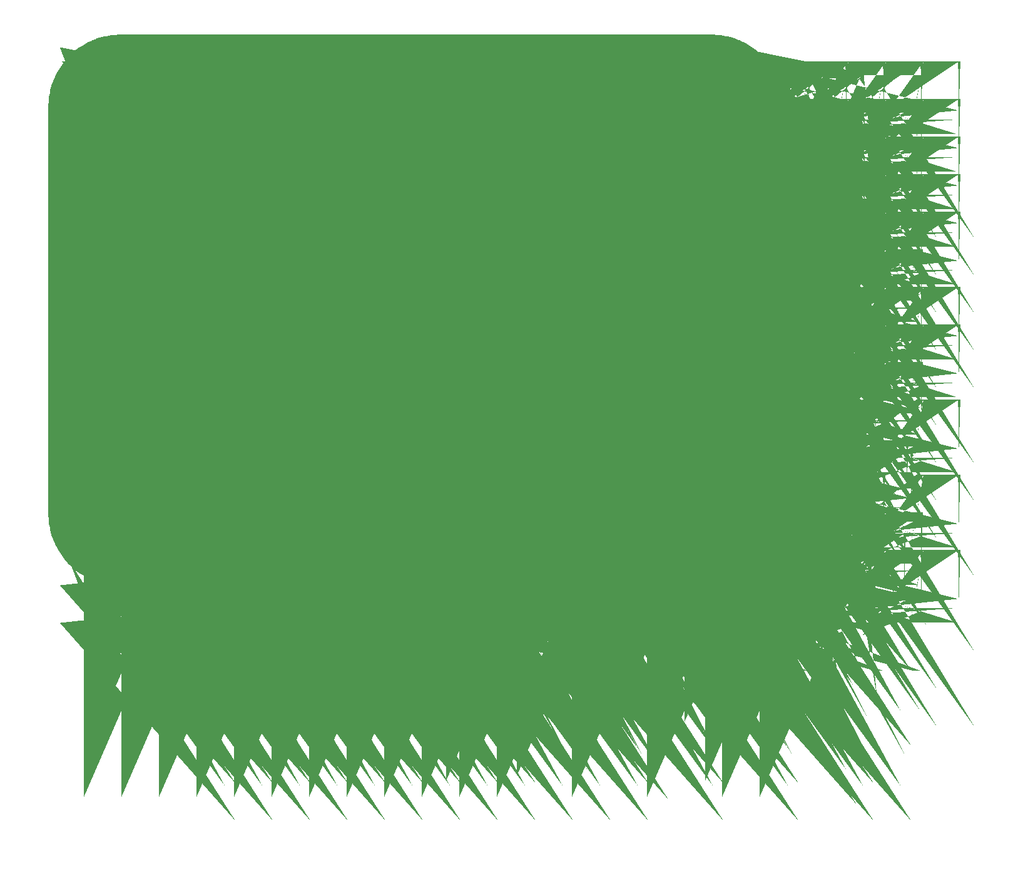
<source format=gbr>
%TF.GenerationSoftware,Flux,Pcbnew,7.0.11-7.0.11~ubuntu20.04.1*%
%TF.CreationDate,2024-08-18T16:19:11+00:00*%
%TF.ProjectId,input,696e7075-742e-46b6-9963-61645f706362,rev?*%
%TF.SameCoordinates,Original*%
%TF.FileFunction,Copper,L3,Inr*%
%TF.FilePolarity,Positive*%
%FSLAX46Y46*%
G04 Gerber Fmt 4.6, Leading zero omitted, Abs format (unit mm)*
G04 Filename: promicromacro*
G04 Build it with Flux! Visit our site at: https://www.flux.ai (PCBNEW 7.0.11-7.0.11~ubuntu20.04.1) date 2024-08-18 16:19:11*
%MOMM*%
%LPD*%
G01*
G04 APERTURE LIST*
G04 Aperture macros list*
%AMFreePoly0*
4,1,129,0.022069,0.299187,0.036723,0.297744,0.051289,0.295583,0.065730,0.292711,0.080014,0.289133,0.094105,0.284858,0.107969,0.279898,0.121572,0.274263,0.134883,0.267967,0.147869,0.261026,0.160499,0.253456,0.172742,0.245275,0.184569,0.236504,0.195952,0.227163,0.206862,0.217274,0.217274,0.206862,0.227163,0.195952,0.236504,0.184569,0.245275,0.172742,0.253456,0.160499,
0.261026,0.147869,0.267967,0.134883,0.274263,0.121572,0.279898,0.107969,0.284858,0.094105,0.289133,0.080014,0.292711,0.065730,0.295583,0.051289,0.297744,0.036723,0.299187,0.022069,0.299910,0.007362,0.299910,-0.007362,0.299187,-0.022069,0.297744,-0.036723,0.295583,-0.051289,0.292711,-0.065730,0.289133,-0.080014,0.284858,-0.094105,0.279898,-0.107969,0.274263,-0.121572,
0.267967,-0.134883,0.261026,-0.147869,0.253456,-0.160499,0.245275,-0.172742,0.236504,-0.184569,0.227163,-0.195952,0.217274,-0.206862,0.206862,-0.217274,0.195952,-0.227163,0.184569,-0.236504,0.172742,-0.245275,0.160499,-0.253456,0.147869,-0.261026,0.134883,-0.267967,0.121572,-0.274263,0.107969,-0.279898,0.094105,-0.284858,0.080014,-0.289133,0.065730,-0.292711,0.051289,-0.295583,
0.036723,-0.297744,0.022069,-0.299187,0.007362,-0.299910,-0.007362,-0.299910,-0.022069,-0.299187,-0.036723,-0.297744,-0.051289,-0.295583,-0.065730,-0.292711,-0.080014,-0.289133,-0.094105,-0.284858,-0.107969,-0.279898,-0.121572,-0.274263,-0.134883,-0.267967,-0.147869,-0.261026,-0.160499,-0.253456,-0.172742,-0.245275,-0.184569,-0.236504,-0.195952,-0.227163,-0.206862,-0.217274,-0.217274,-0.206862,
-0.227163,-0.195952,-0.236504,-0.184569,-0.245275,-0.172742,-0.253456,-0.160499,-0.261026,-0.147869,-0.267967,-0.134883,-0.274263,-0.121572,-0.279898,-0.107969,-0.284858,-0.094105,-0.289133,-0.080014,-0.292711,-0.065730,-0.295583,-0.051289,-0.297744,-0.036723,-0.299187,-0.022069,-0.299910,-0.007362,-0.299910,0.007362,-0.299187,0.022069,-0.297744,0.036723,-0.295583,0.051289,-0.292711,0.065730,
-0.289133,0.080014,-0.284858,0.094105,-0.279898,0.107969,-0.274263,0.121572,-0.267967,0.134883,-0.261026,0.147869,-0.253456,0.160499,-0.245275,0.172742,-0.236504,0.184569,-0.227163,0.195952,-0.217274,0.206862,-0.206862,0.217274,-0.195952,0.227163,-0.184569,0.236504,-0.172742,0.245275,-0.160499,0.253456,-0.147869,0.261026,-0.134883,0.267967,-0.121572,0.274263,-0.107969,0.279898,
-0.094105,0.284858,-0.080014,0.289133,-0.065730,0.292711,-0.051289,0.295583,-0.036723,0.297744,-0.022069,0.299187,-0.007362,0.299910,0.007362,0.299910,0.022069,0.299187,0.022069,0.299187,$1*%
G04 Aperture macros list end*
%TA.AperFunction,ComponentPad*%
%ADD10FreePoly0,0.000000*%
%TD*%
G04 APERTURE END LIST*
D10*
%TO.N,GND*%
%TO.C,*%
X-3789300Y-3220000D03*
X-33435900Y13717900D03*
X-1878300Y21897100D03*
X-8272700Y21882400D03*
X-16378600Y20907300D03*
X-6314100Y13616500D03*
X-2318000Y5302000D03*
X-9816600Y26663600D03*
X-7873900Y1504800D03*
X0Y26867400D03*
X-6622700Y-3249000D03*
X1917700Y12747100D03*
X-42510200Y33668700D03*
X4274600Y26943300D03*
X-14316400Y18338600D03*
X-35808800Y20039500D03*
X-32874300Y20039500D03*
X-35845800Y15236500D03*
X46520000Y33620000D03*
X41440000Y33620000D03*
X36360000Y33620000D03*
X31280000Y33620000D03*
X26200000Y33620000D03*
X21120000Y33620000D03*
X16040000Y33620000D03*
X10960000Y33620000D03*
X5880000Y33620000D03*
X-29680000Y33620000D03*
X-34760000Y33620000D03*
X-39840000Y33620000D03*
X-44920000Y33620000D03*
X5880000Y28540000D03*
X-4280000Y28540000D03*
X-44920000Y28540000D03*
X46520000Y23460000D03*
X36360000Y23460000D03*
X31280000Y23460000D03*
X26200000Y23460000D03*
X10960000Y23460000D03*
X5880000Y23460000D03*
X-29680000Y23460000D03*
X-44920000Y23460000D03*
X-4280000Y18380000D03*
X-44920000Y18380000D03*
X46520000Y13300000D03*
X31280000Y13300000D03*
X5880000Y13300000D03*
X-24600000Y13300000D03*
X-29680000Y13300000D03*
X-44920000Y13300000D03*
X41440000Y8220000D03*
X-14440000Y8220000D03*
X-19520000Y8220000D03*
X-29680000Y8220000D03*
X-34760000Y8220000D03*
X-39840000Y8220000D03*
X-44920000Y8220000D03*
X46520000Y3140000D03*
X-24600000Y3140000D03*
X-34760000Y3140000D03*
X-39840000Y3140000D03*
X-44920000Y3140000D03*
X5880000Y-1940000D03*
X-9360000Y-1940000D03*
X-19520000Y-1940000D03*
X-24600000Y-1940000D03*
X-34760000Y-1940000D03*
X-39840000Y-1940000D03*
X-44920000Y-1940000D03*
X-14440000Y-7020000D03*
X-29680000Y-7020000D03*
X-34760000Y-7020000D03*
X-44920000Y-7020000D03*
X5880000Y-12100000D03*
X-24600000Y-12100000D03*
X-29680000Y-12100000D03*
X-34760000Y-12100000D03*
X-44920000Y-12100000D03*
X-19520000Y-17180000D03*
X-24600000Y-17180000D03*
X-29680000Y-17180000D03*
X-34760000Y-17180000D03*
X-39840000Y-17180000D03*
X-44920000Y-17180000D03*
X26200000Y-22260000D03*
X-9360000Y-22260000D03*
X-14440000Y-22260000D03*
X-19520000Y-22260000D03*
X-24600000Y-22260000D03*
X-29680000Y-22260000D03*
X-34760000Y-22260000D03*
X-39840000Y-22260000D03*
X-44920000Y-22260000D03*
X31280000Y-27340000D03*
X-4280000Y-27340000D03*
X-9360000Y-27340000D03*
X-14440000Y-27340000D03*
X-19520000Y-27340000D03*
X-24600000Y-27340000D03*
X-29680000Y-27340000D03*
X-34760000Y-27340000D03*
X-39840000Y-27340000D03*
X-44920000Y-27340000D03*
X800000Y-32420000D03*
X-4280000Y-32420000D03*
X-9360000Y-32420000D03*
X-14440000Y-32420000D03*
X-19520000Y-32420000D03*
X-24600000Y-32420000D03*
X-29680000Y-32420000D03*
X-34760000Y-32420000D03*
X-39840000Y-32420000D03*
X-44920000Y-32420000D03*
X800000Y33620000D03*
X-4280000Y33620000D03*
X-9360000Y33620000D03*
X-14440000Y33620000D03*
X-19520000Y33620000D03*
X-24600000Y33620000D03*
X800000Y28540000D03*
X-9360000Y28540000D03*
X-14440000Y28540000D03*
X-19520000Y28540000D03*
X-24600000Y28540000D03*
X-29680000Y28540000D03*
X-34760000Y28540000D03*
X-39840000Y28540000D03*
X-34760000Y23460000D03*
X-39840000Y23460000D03*
X-39840000Y-7020000D03*
X-39840000Y-12100000D03*
X5880000Y-32420000D03*
X800000Y-17180000D03*
X800000Y-22260000D03*
X800000Y23460000D03*
X10960000Y-27340000D03*
X21120000Y-27340000D03*
X46520000Y-22260000D03*
X46520000Y-32420000D03*
X41440000Y23460000D03*
X21120000Y23460000D03*
X16040000Y23460000D03*
X21120000Y13300000D03*
X21120000Y-7020000D03*
X41440000Y13300000D03*
X36360000Y13300000D03*
X46520000Y28540000D03*
X36360000Y28540000D03*
X46520000Y18380000D03*
X41440000Y18380000D03*
X36360000Y18380000D03*
X31280000Y18380000D03*
X26200000Y18380000D03*
X41440000Y28540000D03*
X31280000Y28540000D03*
X26200000Y28540000D03*
X21120000Y28540000D03*
X16040000Y28540000D03*
X10960000Y28540000D03*
X46520000Y-12100000D03*
X36360000Y-22260000D03*
X31280000Y-17180000D03*
X41440000Y-27340000D03*
X41440000Y-1940000D03*
X31280000Y-1940000D03*
X41440000Y-7020000D03*
X16040000Y-12100000D03*
X41440000Y3140000D03*
X31280000Y3140000D03*
X21120000Y3140000D03*
X46520000Y-1940000D03*
X36360000Y-1940000D03*
X5880000Y-17180000D03*
X41440000Y-32420000D03*
X31280000Y-32420000D03*
X21120000Y-32420000D03*
X10960000Y-32420000D03*
X-9360000Y-7020000D03*
%TO.N,Net - (13fb - a68d)*%
X99900Y25164100D03*
X-14583900Y25179700D03*
%TO.N,Net 27*%
X9964700Y-6353500D03*
X9964700Y14933000D03*
%TO.N,Net 9*%
X19891100Y-5098900D03*
X16141800Y18461600D03*
%TO.N,Net 11*%
X29080800Y-6353500D03*
X18824200Y19307000D03*
%TO.N,Net 13*%
X1917700Y-10748300D03*
X-9076000Y9519000D03*
%TO.N,Net 15*%
X9964700Y-17592600D03*
X9964600Y20039500D03*
%TO.N,Net 17*%
X19891000Y-17592600D03*
X6982300Y20907300D03*
%TO.N,Net 19*%
X29080800Y-17592600D03*
X-4276000Y7601100D03*
%TO.N,Net 21*%
X39474900Y-17592600D03*
X-530400Y7350400D03*
%TO.N,Net 20*%
X-13507300Y-16667200D03*
X-3476000Y7350400D03*
%TO.N,Net 25*%
X-11890900Y-16667100D03*
X-2165200Y-3249000D03*
%TO.N,GND*%
X800000Y-7020000D03*
%TO.N,Net 29*%
X-9925700Y-16667100D03*
X-1876000Y-3880700D03*
%TO.N,Net 7*%
X39121300Y-30155300D03*
X13485300Y16387900D03*
%TO.N,GND*%
X13616700Y-29526100D03*
X4086000Y-30238500D03*
X2671500Y1814000D03*
X18000600Y179900D03*
X-8865500Y14896000D03*
X-8953200Y18097800D03*
X14916900Y640200D03*
X36158000Y-14075100D03*
X13971300Y-7527500D03*
X17946700Y13192900D03*
X23015600Y-19949500D03*
X14161000Y5028000D03*
X6147500Y16410500D03*
X13652500Y-19509600D03*
X30754300Y-7910700D03*
X27376000Y342000D03*
X26250800Y-10249900D03*
X8896500Y-13478500D03*
X18241400Y-3336300D03*
X24189000Y-16018500D03*
X-15010300Y-16574100D03*
X8690800Y-5702900D03*
X8813400Y5510400D03*
X40043300Y-18729600D03*
%TD*%
%TA.AperFunction,Conductor*%
%TO.N,GND*%
G36*
X39996000Y-37250000D02*
G01*
X-39996000Y-37250000D01*
X-40311000Y-37245000D01*
X-40313000Y-37245000D01*
X-40641000Y-37229000D01*
X-40643000Y-37229000D01*
X-40960000Y-37202000D01*
X-40963000Y-37202000D01*
X-41320000Y-37162000D01*
X-41324000Y-37158000D01*
X-41588000Y-37119000D01*
X-41591000Y-37119000D01*
X-41908000Y-37061000D01*
X-41910000Y-37061000D01*
X-42206000Y-36997000D01*
X-42208000Y-36997000D01*
X-42516000Y-36919000D01*
X-42518000Y-36919000D01*
X-42835000Y-36828000D01*
X-42838000Y-36827000D01*
X-43127000Y-36734000D01*
X-43129000Y-36734000D01*
X-43441000Y-36623000D01*
X-43443000Y-36622000D01*
X-43736000Y-36506000D01*
X-43739000Y-36505000D01*
X-44017000Y-36384000D01*
X-44019000Y-36383000D01*
X-44317000Y-36242000D01*
X-44320000Y-36241000D01*
X-44601000Y-36096000D01*
X-44603000Y-36095000D01*
X-44880000Y-35941000D01*
X-44882000Y-35939000D01*
X-45154000Y-35777000D01*
X-45156000Y-35776000D01*
X-45422000Y-35604000D01*
X-45425000Y-35603000D01*
X-45675000Y-35428000D01*
X-45676000Y-35427000D01*
X-45929000Y-35241000D01*
X-45931000Y-35239000D01*
X-46179000Y-35042000D01*
X-46181000Y-35040000D01*
X-46432000Y-34827000D01*
X-46434000Y-34825000D01*
X-46658000Y-34622000D01*
X-46660000Y-34621000D01*
X-46897000Y-34391000D01*
X-46899000Y-34389000D01*
X-47121000Y-34160000D01*
X-47123000Y-34158000D01*
X-47333000Y-33925000D01*
X-47335000Y-33923000D01*
X-47540000Y-33681000D01*
X-47542000Y-33679000D01*
X-47739000Y-33431000D01*
X-47741000Y-33429000D01*
X-47927000Y-33176000D01*
X-47929000Y-33175000D01*
X-48111000Y-32913000D01*
X-48112000Y-32910000D01*
X-48283000Y-32645000D01*
X-48284000Y-32643000D01*
X-48439000Y-32382000D01*
X-48441000Y-32380000D01*
X-48601000Y-32092000D01*
X-48602000Y-32090000D01*
X-48747000Y-31807000D01*
X-48748000Y-31805000D01*
X-48883000Y-31519000D01*
X-48884000Y-31517000D01*
X-49010000Y-31227000D01*
X-49011000Y-31224000D01*
X-49127000Y-30930000D01*
X-49128000Y-30927000D01*
X-49234000Y-30629000D01*
X-49234000Y-30627000D01*
X-49327000Y-30338000D01*
X-49328000Y-30335000D01*
X-49409240Y-30052000D01*
X38324000Y-30052000D01*
X38324000Y-30261000D01*
X38376000Y-30458000D01*
X38483000Y-30645000D01*
X38484000Y-30646000D01*
X38633000Y-30794000D01*
X38634000Y-30795000D01*
X38807000Y-30896000D01*
X39017000Y-30953000D01*
X39225000Y-30953000D01*
X39432000Y-30896000D01*
X39431000Y-30896000D01*
X39611000Y-30793000D01*
X39759000Y-30645000D01*
X39862000Y-30466000D01*
X39919000Y-30259000D01*
X39919000Y-30051000D01*
X39862000Y-29841000D01*
X39761000Y-29668000D01*
X39760000Y-29667000D01*
X39612000Y-29518000D01*
X39611000Y-29517000D01*
X39425000Y-29410000D01*
X39227000Y-29358000D01*
X39018000Y-29358000D01*
X38814000Y-29412000D01*
X38812000Y-29413000D01*
X38630000Y-29519000D01*
X38485000Y-29664000D01*
X38379000Y-29846000D01*
X38377000Y-29851000D01*
X38324000Y-30052000D01*
X-49409240Y-30052000D01*
X-49419000Y-30018000D01*
X-49419000Y-30016000D01*
X-49497000Y-29708000D01*
X-49497000Y-29706000D01*
X-49561000Y-29410000D01*
X-49561000Y-29408000D01*
X-49620000Y-29083000D01*
X-49620000Y-29081000D01*
X-49658000Y-28824000D01*
X-49662000Y-28820000D01*
X-49702000Y-28463000D01*
X-49702000Y-28461000D01*
X-49730000Y-28132000D01*
X-49730000Y-28129000D01*
X-49745000Y-27813000D01*
X-49745000Y-27811000D01*
X-49750000Y-27496000D01*
X-49750000Y-17487000D01*
X9167000Y-17487000D01*
X9167000Y-17698000D01*
X9224000Y-17903000D01*
X9326000Y-18081000D01*
X9474000Y-18230000D01*
X9475000Y-18231000D01*
X9662000Y-18338000D01*
X9859000Y-18390000D01*
X10068000Y-18390000D01*
X10272000Y-18336000D01*
X10274000Y-18335000D01*
X10456000Y-18229000D01*
X10603000Y-18082000D01*
X10707000Y-17900000D01*
X10762000Y-17695000D01*
X10762000Y-17490000D01*
X19094000Y-17490000D01*
X19094000Y-17695000D01*
X19149000Y-17901000D01*
X19150000Y-17903000D01*
X19250000Y-18078000D01*
X19252000Y-18081000D01*
X19400000Y-18230000D01*
X19401000Y-18231000D01*
X19588000Y-18338000D01*
X19785000Y-18390000D01*
X19997000Y-18390000D01*
X20194000Y-18338000D01*
X20381000Y-18231000D01*
X20382000Y-18230000D01*
X20530000Y-18081000D01*
X20532000Y-18078000D01*
X20632000Y-17903000D01*
X20633000Y-17901000D01*
X20688000Y-17695000D01*
X20688000Y-17490000D01*
X20687198Y-17487000D01*
X28283000Y-17487000D01*
X28283000Y-17698000D01*
X28340000Y-17903000D01*
X28442000Y-18081000D01*
X28590000Y-18230000D01*
X28591000Y-18231000D01*
X28778000Y-18338000D01*
X28975000Y-18390000D01*
X29184000Y-18390000D01*
X29388000Y-18336000D01*
X29390000Y-18335000D01*
X29572000Y-18229000D01*
X29719000Y-18082000D01*
X29823000Y-17900000D01*
X29878000Y-17695000D01*
X29878000Y-17490000D01*
X29877198Y-17487000D01*
X38677000Y-17487000D01*
X38677000Y-17698000D01*
X38734000Y-17903000D01*
X38836000Y-18081000D01*
X38984000Y-18230000D01*
X38985000Y-18231000D01*
X39172000Y-18338000D01*
X39369000Y-18390000D01*
X39581000Y-18390000D01*
X39778000Y-18338000D01*
X39965000Y-18231000D01*
X39966000Y-18230000D01*
X40114000Y-18081000D01*
X40116000Y-18078000D01*
X40216000Y-17903000D01*
X40217000Y-17901000D01*
X40272000Y-17695000D01*
X40272000Y-17490000D01*
X40218000Y-17288000D01*
X40217000Y-17285000D01*
X40113000Y-17103000D01*
X39968000Y-16958000D01*
X39786000Y-16850000D01*
X39785000Y-16850000D01*
X39580000Y-16795000D01*
X39370000Y-16795000D01*
X39164000Y-16850000D01*
X38982000Y-16958000D01*
X38837000Y-17103000D01*
X38734000Y-17280000D01*
X38677000Y-17487000D01*
X29877198Y-17487000D01*
X29824000Y-17288000D01*
X29823000Y-17285000D01*
X29719000Y-17103000D01*
X29718000Y-17102000D01*
X29573000Y-16958000D01*
X29571000Y-16956000D01*
X29392000Y-16849000D01*
X29187000Y-16795000D01*
X28976000Y-16795000D01*
X28770000Y-16850000D01*
X28588000Y-16958000D01*
X28443000Y-17103000D01*
X28340000Y-17280000D01*
X28283000Y-17487000D01*
X20687198Y-17487000D01*
X20634000Y-17288000D01*
X20633000Y-17285000D01*
X20529000Y-17103000D01*
X20384000Y-16958000D01*
X20202000Y-16850000D01*
X20201000Y-16850000D01*
X19996000Y-16795000D01*
X19786000Y-16795000D01*
X19580000Y-16850000D01*
X19398000Y-16958000D01*
X19253000Y-17103000D01*
X19149000Y-17285000D01*
X19148000Y-17288000D01*
X19094000Y-17490000D01*
X10762000Y-17490000D01*
X10708000Y-17288000D01*
X10707000Y-17285000D01*
X10603000Y-17103000D01*
X10602000Y-17102000D01*
X10457000Y-16958000D01*
X10455000Y-16956000D01*
X10276000Y-16849000D01*
X10071000Y-16795000D01*
X9860000Y-16795000D01*
X9654000Y-16850000D01*
X9472000Y-16958000D01*
X9327000Y-17103000D01*
X9224000Y-17280000D01*
X9167000Y-17487000D01*
X-49750000Y-17487000D01*
X-49750000Y-16563000D01*
X-14305000Y-16563000D01*
X-14305000Y-16771000D01*
X-14248000Y-16978000D01*
X-14145000Y-17157000D01*
X-13997000Y-17305000D01*
X-13817000Y-17408000D01*
X-13611000Y-17465000D01*
X-13403000Y-17465000D01*
X-13193000Y-17408000D01*
X-13020000Y-17307000D01*
X-13019000Y-17306000D01*
X-12870000Y-17158000D01*
X-12869000Y-17157000D01*
X-12786000Y-17012000D01*
X-12612000Y-17012000D01*
X-12531000Y-17154000D01*
X-12529000Y-17157000D01*
X-12381000Y-17305000D01*
X-12201000Y-17408000D01*
X-11995000Y-17465000D01*
X-11787000Y-17465000D01*
X-11580000Y-17408000D01*
X-11581000Y-17408000D01*
X-11401000Y-17305000D01*
X-11253000Y-17157000D01*
X-11150000Y-16978000D01*
X-11093000Y-16771000D01*
X-11093000Y-16563000D01*
X-11093553Y-16561000D01*
X-10723000Y-16561000D01*
X-10723000Y-16773000D01*
X-10671000Y-16970000D01*
X-10564000Y-17157000D01*
X-10563000Y-17158000D01*
X-10414000Y-17306000D01*
X-10413000Y-17307000D01*
X-10240000Y-17408000D01*
X-10030000Y-17465000D01*
X-9822000Y-17465000D01*
X-9615000Y-17408000D01*
X-9616000Y-17408000D01*
X-9436000Y-17305000D01*
X-9288000Y-17157000D01*
X-9185000Y-16978000D01*
X-9128000Y-16771000D01*
X-9128000Y-16563000D01*
X-9185000Y-16357000D01*
X-9288000Y-16177000D01*
X-9436000Y-16029000D01*
X-9622000Y-15922000D01*
X-9820000Y-15870000D01*
X-10029000Y-15870000D01*
X-10234000Y-15924000D01*
X-10415000Y-16029000D01*
X-10563000Y-16176000D01*
X-10564000Y-16177000D01*
X-10671000Y-16364000D01*
X-10723000Y-16561000D01*
X-11093553Y-16561000D01*
X-11150000Y-16357000D01*
X-11253000Y-16177000D01*
X-11401000Y-16029000D01*
X-11587000Y-15922000D01*
X-11785000Y-15870000D01*
X-11997000Y-15870000D01*
X-12195000Y-15922000D01*
X-12381000Y-16029000D01*
X-12529000Y-16177000D01*
X-12531000Y-16180000D01*
X-12612000Y-16322000D01*
X-12785000Y-16322000D01*
X-12869000Y-16178000D01*
X-13016000Y-16031000D01*
X-13198000Y-15925000D01*
X-13200000Y-15924000D01*
X-13404000Y-15870000D01*
X-13613000Y-15870000D01*
X-13811000Y-15922000D01*
X-13997000Y-16029000D01*
X-13998000Y-16030000D01*
X-14146000Y-16179000D01*
X-14149000Y-16183000D01*
X-14248000Y-16353000D01*
X-14305000Y-16563000D01*
X-49750000Y-16563000D01*
X-49750000Y-10644000D01*
X1120000Y-10644000D01*
X1120000Y-10852000D01*
X1177000Y-11059000D01*
X1280000Y-11238000D01*
X1428000Y-11386000D01*
X1608000Y-11489000D01*
X1814000Y-11546000D01*
X2022000Y-11546000D01*
X2232000Y-11489000D01*
X2405000Y-11388000D01*
X2406000Y-11387000D01*
X2555000Y-11239000D01*
X2556000Y-11238000D01*
X2663000Y-11051000D01*
X2715000Y-10854000D01*
X2715000Y-10645000D01*
X2662000Y-10444000D01*
X2660000Y-10439000D01*
X2554000Y-10257000D01*
X2409000Y-10112000D01*
X2227000Y-10006000D01*
X2225000Y-10005000D01*
X2021000Y-9951000D01*
X1812000Y-9951000D01*
X1615000Y-10003000D01*
X1428000Y-10110000D01*
X1427000Y-10111000D01*
X1279000Y-10260000D01*
X1278000Y-10261000D01*
X1177000Y-10434000D01*
X1120000Y-10644000D01*
X-49750000Y-10644000D01*
X-49750000Y-6248000D01*
X9167000Y-6248000D01*
X9167000Y-6459000D01*
X9224000Y-6664000D01*
X9326000Y-6842000D01*
X9474000Y-6991000D01*
X9475000Y-6992000D01*
X9662000Y-7099000D01*
X9859000Y-7151000D01*
X10068000Y-7151000D01*
X10272000Y-7097000D01*
X10274000Y-7096000D01*
X10456000Y-6990000D01*
X10603000Y-6843000D01*
X10707000Y-6661000D01*
X10762000Y-6456000D01*
X10762000Y-6251000D01*
X10761195Y-6248000D01*
X28283000Y-6248000D01*
X28283000Y-6459000D01*
X28340000Y-6664000D01*
X28442000Y-6842000D01*
X28590000Y-6991000D01*
X28591000Y-6992000D01*
X28778000Y-7099000D01*
X28975000Y-7151000D01*
X29184000Y-7151000D01*
X29388000Y-7097000D01*
X29390000Y-7096000D01*
X29572000Y-6990000D01*
X29719000Y-6843000D01*
X29823000Y-6661000D01*
X29878000Y-6456000D01*
X29878000Y-6251000D01*
X29823000Y-6046000D01*
X29719000Y-5864000D01*
X29572000Y-5717000D01*
X29390000Y-5611000D01*
X29388000Y-5610000D01*
X29184000Y-5556000D01*
X28975000Y-5556000D01*
X28778000Y-5608000D01*
X28591000Y-5715000D01*
X28590000Y-5716000D01*
X28442000Y-5865000D01*
X28340000Y-6043000D01*
X28283000Y-6248000D01*
X10761195Y-6248000D01*
X10707000Y-6046000D01*
X10603000Y-5864000D01*
X10456000Y-5717000D01*
X10274000Y-5611000D01*
X10272000Y-5610000D01*
X10068000Y-5556000D01*
X9859000Y-5556000D01*
X9662000Y-5608000D01*
X9475000Y-5715000D01*
X9474000Y-5716000D01*
X9326000Y-5865000D01*
X9224000Y-6043000D01*
X9167000Y-6248000D01*
X-49750000Y-6248000D01*
X-49750000Y-4993000D01*
X19094000Y-4993000D01*
X19094000Y-5205000D01*
X19146000Y-5402000D01*
X19253000Y-5589000D01*
X19401000Y-5737000D01*
X19588000Y-5844000D01*
X19785000Y-5896000D01*
X19997000Y-5896000D01*
X20194000Y-5844000D01*
X20381000Y-5737000D01*
X20529000Y-5589000D01*
X20632000Y-5410000D01*
X20689000Y-5203000D01*
X20689000Y-4995000D01*
X20632000Y-4789000D01*
X20529000Y-4609000D01*
X20381000Y-4461000D01*
X20201000Y-4358000D01*
X20202000Y-4358000D01*
X19995000Y-4301000D01*
X19787000Y-4301000D01*
X19581000Y-4358000D01*
X19401000Y-4461000D01*
X19253000Y-4609000D01*
X19145000Y-4796000D01*
X19145000Y-4798000D01*
X19094000Y-4993000D01*
X-49750000Y-4993000D01*
X-49750000Y-3145000D01*
X-2963000Y-3145000D01*
X-2963000Y-3353000D01*
X-2906000Y-3559000D01*
X-2803000Y-3739000D01*
X-2696000Y-3846000D01*
X-2673000Y-3901000D01*
X-2673000Y-3984000D01*
X-2619000Y-4189000D01*
X-2618000Y-4190000D01*
X-2514000Y-4370000D01*
X-2367000Y-4518000D01*
X-2366000Y-4519000D01*
X-2179000Y-4626000D01*
X-1982000Y-4678000D01*
X-1770000Y-4678000D01*
X-1573000Y-4626000D01*
X-1386000Y-4519000D01*
X-1385000Y-4518000D01*
X-1238000Y-4370000D01*
X-1134000Y-4190000D01*
X-1133000Y-4189000D01*
X-1079000Y-3984000D01*
X-1079000Y-3775000D01*
X-1131000Y-3578000D01*
X-1238000Y-3391000D01*
X-1345000Y-3284000D01*
X-1368000Y-3229000D01*
X-1368000Y-3143000D01*
X-1419000Y-2948000D01*
X-1419000Y-2946000D01*
X-1527000Y-2759000D01*
X-1528000Y-2758000D01*
X-1676000Y-2611000D01*
X-1857000Y-2506000D01*
X-2062000Y-2452000D01*
X-2271000Y-2452000D01*
X-2469000Y-2504000D01*
X-2655000Y-2611000D01*
X-2803000Y-2759000D01*
X-2906000Y-2939000D01*
X-2963000Y-3145000D01*
X-49750000Y-3145000D01*
X-49750000Y7707000D01*
X-5073000Y7707000D01*
X-5073000Y7495000D01*
X-5021000Y7298000D01*
X-4914000Y7111000D01*
X-4766000Y6963000D01*
X-4579000Y6856000D01*
X-4382000Y6804000D01*
X-4171000Y6804000D01*
X-4125000Y6815000D01*
X-4049000Y6794000D01*
X-3969000Y6714000D01*
X-3779000Y6605000D01*
X-3582000Y6553000D01*
X-3370000Y6553000D01*
X-3173000Y6605000D01*
X-2986000Y6712000D01*
X-2985000Y6713000D01*
X-2837000Y6862000D01*
X-2835000Y6865000D01*
X-2735000Y7040000D01*
X-2734000Y7042000D01*
X-2679000Y7247000D01*
X-2679000Y7453000D01*
X-2679537Y7455000D01*
X-1328000Y7455000D01*
X-1328000Y7246000D01*
X-1274000Y7041000D01*
X-1165000Y6859000D01*
X-1023000Y6714000D01*
X-838000Y6608000D01*
X-633000Y6553000D01*
X-428000Y6553000D01*
X-222000Y6608000D01*
X-223000Y6608000D01*
X-41000Y6712000D01*
X108000Y6861000D01*
X212000Y7043000D01*
X267000Y7247000D01*
X267000Y7453000D01*
X212000Y7658000D01*
X106000Y7843000D01*
X-39000Y7985000D01*
X-41000Y7986000D01*
X-221000Y8094000D01*
X-426000Y8148000D01*
X-635000Y8148000D01*
X-840000Y8094000D01*
X-1018000Y7988000D01*
X-1024000Y7984000D01*
X-1165000Y7844000D01*
X-1170000Y7836000D01*
X-1274000Y7660000D01*
X-1328000Y7455000D01*
X-2679537Y7455000D01*
X-2734000Y7658000D01*
X-2838000Y7840000D01*
X-2983000Y7985000D01*
X-3165000Y8093000D01*
X-3166000Y8093000D01*
X-3371000Y8148000D01*
X-3580000Y8148000D01*
X-3623000Y8135000D01*
X-3703000Y8156000D01*
X-3786000Y8239000D01*
X-3966000Y8342000D01*
X-3965000Y8342000D01*
X-4172000Y8399000D01*
X-4380000Y8399000D01*
X-4586000Y8342000D01*
X-4766000Y8239000D01*
X-4915000Y8090000D01*
X-5021000Y7904000D01*
X-5073000Y7707000D01*
X-49750000Y7707000D01*
X-49750000Y9625000D01*
X-9873000Y9625000D01*
X-9873000Y9413000D01*
X-9821000Y9216000D01*
X-9714000Y9029000D01*
X-9566000Y8881000D01*
X-9379000Y8774000D01*
X-9182000Y8722000D01*
X-8970000Y8722000D01*
X-8773000Y8774000D01*
X-8586000Y8881000D01*
X-8438000Y9029000D01*
X-8331000Y9216000D01*
X-8279000Y9413000D01*
X-8279000Y9625000D01*
X-8331000Y9822000D01*
X-8438000Y10009000D01*
X-8586000Y10157000D01*
X-8773000Y10264000D01*
X-8970000Y10316000D01*
X-9182000Y10316000D01*
X-9379000Y10264000D01*
X-9566000Y10157000D01*
X-9714000Y10009000D01*
X-9821000Y9822000D01*
X-9873000Y9625000D01*
X-49750000Y9625000D01*
X-49750000Y15037000D01*
X9167000Y15037000D01*
X9167000Y14829000D01*
X9224000Y14622000D01*
X9327000Y14443000D01*
X9475000Y14295000D01*
X9662000Y14188000D01*
X9859000Y14136000D01*
X10068000Y14136000D01*
X10273000Y14190000D01*
X10274000Y14191000D01*
X10454000Y14295000D01*
X10602000Y14442000D01*
X10603000Y14443000D01*
X10710000Y14630000D01*
X10762000Y14827000D01*
X10762000Y15039000D01*
X10711000Y15234000D01*
X10711000Y15236000D01*
X10603000Y15423000D01*
X10602000Y15424000D01*
X10454000Y15571000D01*
X10273000Y15676000D01*
X10068000Y15730000D01*
X9859000Y15730000D01*
X9661000Y15678000D01*
X9475000Y15571000D01*
X9327000Y15423000D01*
X9224000Y15243000D01*
X9167000Y15037000D01*
X-49750000Y15037000D01*
X-49750000Y16494000D01*
X12688000Y16494000D01*
X12688000Y16282000D01*
X12740000Y16085000D01*
X12847000Y15898000D01*
X12848000Y15897000D01*
X12997000Y15749000D01*
X12998000Y15748000D01*
X13171000Y15647000D01*
X13381000Y15590000D01*
X13589000Y15590000D01*
X13796000Y15647000D01*
X13795000Y15647000D01*
X13975000Y15750000D01*
X14123000Y15898000D01*
X14226000Y16077000D01*
X14283000Y16284000D01*
X14283000Y16492000D01*
X14226000Y16698000D01*
X14123000Y16878000D01*
X13975000Y17026000D01*
X13789000Y17133000D01*
X13591000Y17185000D01*
X13382000Y17185000D01*
X13177000Y17131000D01*
X12996000Y17026000D01*
X12848000Y16879000D01*
X12847000Y16878000D01*
X12739000Y16691000D01*
X12739000Y16689000D01*
X12688000Y16494000D01*
X-49750000Y16494000D01*
X-49750000Y18567000D01*
X15344000Y18567000D01*
X15344000Y18356000D01*
X15401000Y18149000D01*
X15504000Y17972000D01*
X15648000Y17828000D01*
X15650000Y17827000D01*
X15831000Y17719000D01*
X16037000Y17664000D01*
X16248000Y17664000D01*
X16453000Y17718000D01*
X16632000Y17825000D01*
X16634000Y17827000D01*
X16779000Y17971000D01*
X16780000Y17972000D01*
X16884000Y18154000D01*
X16939000Y18359000D01*
X16939000Y18564000D01*
X16884000Y18769000D01*
X16780000Y18951000D01*
X16633000Y19098000D01*
X16451000Y19204000D01*
X16449000Y19205000D01*
X16245000Y19259000D01*
X16036000Y19259000D01*
X15839000Y19207000D01*
X15652000Y19100000D01*
X15651000Y19099000D01*
X15502000Y18949000D01*
X15401000Y18772000D01*
X15344000Y18567000D01*
X-49750000Y18567000D01*
X-49750000Y21013000D01*
X6185000Y21013000D01*
X6185000Y20804000D01*
X6238000Y20603000D01*
X6240000Y20598000D01*
X6346000Y20416000D01*
X6491000Y20271000D01*
X6673000Y20165000D01*
X6675000Y20164000D01*
X6879000Y20110000D01*
X7088000Y20110000D01*
X7216808Y20144000D01*
X9167000Y20144000D01*
X9167000Y19935000D01*
X9221000Y19730000D01*
X9329000Y19550000D01*
X9330000Y19548000D01*
X9472000Y19403000D01*
X9657000Y19297000D01*
X9862000Y19242000D01*
X10067000Y19242000D01*
X10273000Y19297000D01*
X10272000Y19297000D01*
X10454000Y19401000D01*
X10466000Y19413000D01*
X18027000Y19413000D01*
X18027000Y19199000D01*
X18079000Y19004000D01*
X18187000Y18816000D01*
X18335000Y18669000D01*
X18515000Y18565000D01*
X18516000Y18564000D01*
X18721000Y18510000D01*
X18930000Y18510000D01*
X19127000Y18562000D01*
X19314000Y18669000D01*
X19461000Y18816000D01*
X19565000Y18996000D01*
X19622000Y19202000D01*
X19622000Y19411000D01*
X19565000Y19617000D01*
X19462000Y19797000D01*
X19314000Y19945000D01*
X19128000Y20052000D01*
X18930000Y20104000D01*
X18721000Y20104000D01*
X18516000Y20050000D01*
X18335000Y19945000D01*
X18334000Y19944000D01*
X18187000Y19798000D01*
X18186000Y19797000D01*
X18078000Y19610000D01*
X18078000Y19608000D01*
X18027000Y19413000D01*
X10466000Y19413000D01*
X10603000Y19550000D01*
X10707000Y19732000D01*
X10762000Y19937000D01*
X10762000Y20142000D01*
X10707000Y20347000D01*
X10603000Y20529000D01*
X10454000Y20678000D01*
X10272000Y20782000D01*
X10273000Y20782000D01*
X10067000Y20837000D01*
X9862000Y20837000D01*
X9657000Y20782000D01*
X9472000Y20676000D01*
X9328000Y20529000D01*
X9221000Y20349000D01*
X9167000Y20144000D01*
X7216808Y20144000D01*
X7285000Y20162000D01*
X7472000Y20269000D01*
X7473000Y20270000D01*
X7619000Y20417000D01*
X7622000Y20420000D01*
X7723000Y20593000D01*
X7780000Y20802000D01*
X7780000Y21011000D01*
X7723000Y21217000D01*
X7620000Y21397000D01*
X7472000Y21545000D01*
X7292000Y21648000D01*
X7293000Y21648000D01*
X7086000Y21705000D01*
X6878000Y21705000D01*
X6668000Y21648000D01*
X6495000Y21547000D01*
X6494000Y21546000D01*
X6345000Y21398000D01*
X6344000Y21397000D01*
X6236000Y21210000D01*
X6236000Y21208000D01*
X6185000Y21013000D01*
X-49750000Y21013000D01*
X-49750000Y25281000D01*
X-15381000Y25281000D01*
X-15381000Y25074000D01*
X-15329000Y24877000D01*
X-15222000Y24690000D01*
X-15074000Y24542000D01*
X-14894000Y24439000D01*
X-14688000Y24382000D01*
X-14480000Y24382000D01*
X-14273000Y24439000D01*
X-14274000Y24439000D01*
X-14094000Y24542000D01*
X-13946000Y24690000D01*
X-13844000Y24867000D01*
X-13786000Y25076000D01*
X-13786000Y25268000D01*
X-698000Y25268000D01*
X-698000Y25060000D01*
X-641000Y24853000D01*
X-538000Y24674000D01*
X-390000Y24526000D01*
X-203000Y24419000D01*
X-6000Y24367000D01*
X206000Y24367000D01*
X403000Y24419000D01*
X590000Y24526000D01*
X738000Y24674000D01*
X845000Y24861000D01*
X897000Y25058000D01*
X897000Y25270000D01*
X846000Y25465000D01*
X846000Y25467000D01*
X738000Y25654000D01*
X590000Y25802000D01*
X410000Y25905000D01*
X411000Y25905000D01*
X204000Y25962000D01*
X-4000Y25962000D01*
X-210000Y25905000D01*
X-390000Y25802000D01*
X-538000Y25654000D01*
X-641000Y25474000D01*
X-698000Y25268000D01*
X-13786000Y25268000D01*
X-13786000Y25284000D01*
X-13843000Y25494000D01*
X-13944000Y25667000D01*
X-13945000Y25668000D01*
X-14093000Y25817000D01*
X-14094000Y25818000D01*
X-14281000Y25925000D01*
X-14478000Y25977000D01*
X-14690000Y25977000D01*
X-14887000Y25925000D01*
X-15074000Y25818000D01*
X-15075000Y25817000D01*
X-15222000Y25669000D01*
X-15326000Y25489000D01*
X-15327000Y25486000D01*
X-15381000Y25281000D01*
X-49750000Y25281000D01*
X-49750000Y27502000D01*
X-49745000Y27811000D01*
X-49745000Y27813000D01*
X-49730000Y28129000D01*
X-49730000Y28132000D01*
X-49702000Y28461000D01*
X-49702000Y28463000D01*
X-49662000Y28820000D01*
X-49658000Y28824000D01*
X-49620000Y29081000D01*
X-49620000Y29083000D01*
X-49561000Y29408000D01*
X-49561000Y29410000D01*
X-49497000Y29706000D01*
X-49497000Y29708000D01*
X-49419000Y30016000D01*
X-49419000Y30018000D01*
X-49328000Y30335000D01*
X-49327000Y30338000D01*
X-49234000Y30627000D01*
X-49234000Y30629000D01*
X-49128000Y30927000D01*
X-49127000Y30930000D01*
X-49011000Y31224000D01*
X-49010000Y31227000D01*
X-48884000Y31517000D01*
X-48883000Y31519000D01*
X-48748000Y31805000D01*
X-48747000Y31807000D01*
X-48602000Y32090000D01*
X-48601000Y32092000D01*
X-48441000Y32380000D01*
X-48439000Y32382000D01*
X-48284000Y32643000D01*
X-48283000Y32645000D01*
X-48112000Y32910000D01*
X-48111000Y32913000D01*
X-47929000Y33175000D01*
X-47927000Y33176000D01*
X-47741000Y33429000D01*
X-47739000Y33431000D01*
X-47542000Y33679000D01*
X-47540000Y33681000D01*
X-47335000Y33923000D01*
X-47333000Y33925000D01*
X-47123000Y34158000D01*
X-47121000Y34160000D01*
X-46899000Y34389000D01*
X-46897000Y34391000D01*
X-46661000Y34620000D01*
X-46659000Y34621000D01*
X-46434000Y34825000D01*
X-46432000Y34826000D01*
X-46182000Y35040000D01*
X-46180000Y35042000D01*
X-45934000Y35237000D01*
X-45932000Y35239000D01*
X-45676000Y35427000D01*
X-45675000Y35428000D01*
X-45425000Y35603000D01*
X-45422000Y35604000D01*
X-45156000Y35776000D01*
X-45154000Y35777000D01*
X-44882000Y35939000D01*
X-44880000Y35941000D01*
X-44603000Y36095000D01*
X-44601000Y36096000D01*
X-44320000Y36241000D01*
X-44317000Y36242000D01*
X-44019000Y36383000D01*
X-44017000Y36384000D01*
X-43739000Y36505000D01*
X-43736000Y36506000D01*
X-43443000Y36622000D01*
X-43441000Y36623000D01*
X-43133000Y36733000D01*
X-43131000Y36733000D01*
X-42838000Y36827000D01*
X-42835000Y36828000D01*
X-42517000Y36919000D01*
X-42515000Y36919000D01*
X-42207000Y36997000D01*
X-42205000Y36997000D01*
X-41910000Y37061000D01*
X-41908000Y37061000D01*
X-41591000Y37119000D01*
X-41588000Y37119000D01*
X-41324000Y37158000D01*
X-41320000Y37162000D01*
X-40963000Y37202000D01*
X-40960000Y37202000D01*
X-40643000Y37229000D01*
X-40641000Y37229000D01*
X-40313000Y37245000D01*
X-40311000Y37245000D01*
X-39996000Y37250000D01*
X39996000Y37250000D01*
X40311000Y37245000D01*
X40313000Y37245000D01*
X40641000Y37229000D01*
X40643000Y37229000D01*
X40960000Y37202000D01*
X40963000Y37202000D01*
X41320000Y37162000D01*
X41324000Y37158000D01*
X41588000Y37119000D01*
X41591000Y37119000D01*
X41908000Y37061000D01*
X41910000Y37061000D01*
X42205000Y36997000D01*
X42207000Y36997000D01*
X42515000Y36919000D01*
X42517000Y36919000D01*
X42835000Y36828000D01*
X42838000Y36827000D01*
X43131000Y36733000D01*
X43133000Y36733000D01*
X43441000Y36623000D01*
X43443000Y36622000D01*
X43736000Y36506000D01*
X43739000Y36505000D01*
X44017000Y36384000D01*
X44019000Y36383000D01*
X44317000Y36242000D01*
X44320000Y36241000D01*
X44601000Y36096000D01*
X44603000Y36095000D01*
X44880000Y35941000D01*
X44882000Y35939000D01*
X45154000Y35777000D01*
X45156000Y35776000D01*
X45422000Y35604000D01*
X45425000Y35603000D01*
X45675000Y35428000D01*
X45676000Y35427000D01*
X45932000Y35239000D01*
X45934000Y35237000D01*
X46180000Y35042000D01*
X46182000Y35040000D01*
X46432000Y34826000D01*
X46434000Y34825000D01*
X46659000Y34621000D01*
X46661000Y34620000D01*
X46897000Y34391000D01*
X46899000Y34389000D01*
X47121000Y34160000D01*
X47123000Y34158000D01*
X47333000Y33925000D01*
X47335000Y33923000D01*
X47540000Y33681000D01*
X47542000Y33679000D01*
X47739000Y33431000D01*
X47741000Y33429000D01*
X47927000Y33176000D01*
X47929000Y33175000D01*
X48111000Y32913000D01*
X48112000Y32910000D01*
X48283000Y32645000D01*
X48284000Y32643000D01*
X48439000Y32382000D01*
X48441000Y32380000D01*
X48601000Y32092000D01*
X48602000Y32090000D01*
X48747000Y31807000D01*
X48748000Y31805000D01*
X48883000Y31519000D01*
X48884000Y31517000D01*
X49010000Y31227000D01*
X49011000Y31224000D01*
X49127000Y30930000D01*
X49128000Y30927000D01*
X49234000Y30629000D01*
X49234000Y30627000D01*
X49327000Y30338000D01*
X49328000Y30335000D01*
X49419000Y30018000D01*
X49419000Y30016000D01*
X49497000Y29708000D01*
X49497000Y29706000D01*
X49561000Y29410000D01*
X49561000Y29408000D01*
X49620000Y29083000D01*
X49620000Y29081000D01*
X49658000Y28824000D01*
X49662000Y28820000D01*
X49702000Y28463000D01*
X49702000Y28461000D01*
X49730000Y28132000D01*
X49730000Y28129000D01*
X49745000Y27813000D01*
X49745000Y27811000D01*
X49750000Y27496000D01*
X49750000Y-27502000D01*
X49745000Y-27811000D01*
X49745000Y-27813000D01*
X49729000Y-28143000D01*
X49729000Y-28145000D01*
X49702000Y-28461000D01*
X49702000Y-28463000D01*
X49662000Y-28820000D01*
X49658000Y-28824000D01*
X49618000Y-29093000D01*
X49618000Y-29095000D01*
X49561000Y-29408000D01*
X49561000Y-29410000D01*
X49497000Y-29706000D01*
X49497000Y-29708000D01*
X49416000Y-30028000D01*
X49416000Y-30030000D01*
X49328000Y-30336000D01*
X49327000Y-30338000D01*
X49230000Y-30639000D01*
X49230000Y-30641000D01*
X49123000Y-30941000D01*
X49122000Y-30943000D01*
X49006000Y-31236000D01*
X49005000Y-31239000D01*
X48884000Y-31517000D01*
X48883000Y-31519000D01*
X48742000Y-31817000D01*
X48741000Y-31820000D01*
X48596000Y-32101000D01*
X48595000Y-32103000D01*
X48441000Y-32380000D01*
X48439000Y-32382000D01*
X48277000Y-32654000D01*
X48276000Y-32656000D01*
X48104000Y-32922000D01*
X48103000Y-32925000D01*
X47928000Y-33175000D01*
X47927000Y-33176000D01*
X47741000Y-33429000D01*
X47739000Y-33431000D01*
X47542000Y-33679000D01*
X47540000Y-33681000D01*
X47327000Y-33932000D01*
X47325000Y-33934000D01*
X47122000Y-34158000D01*
X47121000Y-34160000D01*
X46891000Y-34397000D01*
X46889000Y-34399000D01*
X46660000Y-34621000D01*
X46658000Y-34623000D01*
X46425000Y-34833000D01*
X46423000Y-34835000D01*
X46181000Y-35040000D01*
X46179000Y-35042000D01*
X45931000Y-35239000D01*
X45929000Y-35241000D01*
X45676000Y-35427000D01*
X45675000Y-35429000D01*
X45413000Y-35611000D01*
X45410000Y-35612000D01*
X45156000Y-35776000D01*
X45154000Y-35777000D01*
X44882000Y-35939000D01*
X44880000Y-35941000D01*
X44603000Y-36095000D01*
X44601000Y-36096000D01*
X44320000Y-36241000D01*
X44317000Y-36242000D01*
X44019000Y-36383000D01*
X44017000Y-36384000D01*
X43739000Y-36505000D01*
X43736000Y-36506000D01*
X43443000Y-36622000D01*
X43441000Y-36623000D01*
X43129000Y-36734000D01*
X43127000Y-36734000D01*
X42838000Y-36827000D01*
X42835000Y-36828000D01*
X42518000Y-36919000D01*
X42516000Y-36919000D01*
X42208000Y-36997000D01*
X42206000Y-36997000D01*
X41910000Y-37061000D01*
X41908000Y-37061000D01*
X41591000Y-37119000D01*
X41588000Y-37119000D01*
X41324000Y-37158000D01*
X41320000Y-37162000D01*
X40963000Y-37202000D01*
X40960000Y-37202000D01*
X40643000Y-37229000D01*
X40641000Y-37229000D01*
X40313000Y-37245000D01*
X40311000Y-37245000D01*
X39996000Y-37250000D01*
G37*
%TD.AperFunction*%
%TD*%
M02*

</source>
